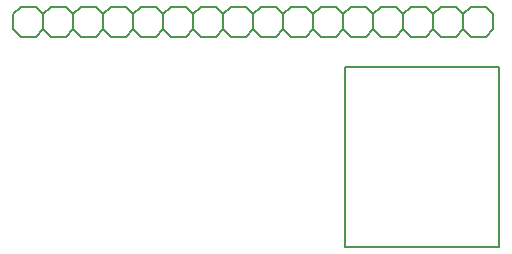
<source format=gto>
G75*
G70*
%OFA0B0*%
%FSLAX24Y24*%
%IPPOS*%
%LPD*%
%AMOC8*
5,1,8,0,0,1.08239X$1,22.5*
%
%ADD10C,0.0060*%
%ADD11C,0.0080*%
D10*
X001828Y007601D02*
X002328Y007601D01*
X002578Y007851D01*
X002828Y007601D01*
X003328Y007601D01*
X003578Y007851D01*
X003578Y008351D01*
X003328Y008601D01*
X002828Y008601D01*
X002578Y008351D01*
X002578Y007851D01*
X001828Y007601D02*
X001578Y007851D01*
X001578Y008351D01*
X001828Y008601D01*
X002328Y008601D01*
X002578Y008351D01*
X003578Y008351D02*
X003828Y008601D01*
X004328Y008601D01*
X004578Y008351D01*
X004828Y008601D01*
X005328Y008601D01*
X005578Y008351D01*
X005828Y008601D01*
X006328Y008601D01*
X006578Y008351D01*
X006578Y007851D01*
X006328Y007601D01*
X005828Y007601D01*
X005578Y007851D01*
X005328Y007601D01*
X004828Y007601D01*
X004578Y007851D01*
X004328Y007601D01*
X003828Y007601D01*
X003578Y007851D01*
X004578Y007851D02*
X004578Y008351D01*
X005578Y008351D02*
X005578Y007851D01*
X006578Y007851D02*
X006828Y007601D01*
X007328Y007601D01*
X007578Y007851D01*
X007828Y007601D01*
X008328Y007601D01*
X008578Y007851D01*
X008828Y007601D01*
X009328Y007601D01*
X009578Y007851D01*
X009578Y008351D01*
X009328Y008601D01*
X008828Y008601D01*
X008578Y008351D01*
X008578Y007851D01*
X007578Y007851D02*
X007578Y008351D01*
X007828Y008601D01*
X008328Y008601D01*
X008578Y008351D01*
X007578Y008351D02*
X007328Y008601D01*
X006828Y008601D01*
X006578Y008351D01*
X009578Y008351D02*
X009828Y008601D01*
X010328Y008601D01*
X010578Y008351D01*
X010828Y008601D01*
X011328Y008601D01*
X011578Y008351D01*
X011828Y008601D01*
X012328Y008601D01*
X012578Y008351D01*
X012578Y007851D01*
X012328Y007601D01*
X011828Y007601D01*
X011578Y007851D01*
X011328Y007601D01*
X010828Y007601D01*
X010578Y007851D01*
X010328Y007601D01*
X009828Y007601D01*
X009578Y007851D01*
X010578Y007851D02*
X010578Y008351D01*
X011578Y008351D02*
X011578Y007851D01*
X012578Y007851D02*
X012828Y007601D01*
X013328Y007601D01*
X013578Y007851D01*
X013828Y007601D01*
X014328Y007601D01*
X014578Y007851D01*
X014828Y007601D01*
X015328Y007601D01*
X015578Y007851D01*
X015578Y008351D01*
X015328Y008601D01*
X014828Y008601D01*
X014578Y008351D01*
X014578Y007851D01*
X013578Y007851D02*
X013578Y008351D01*
X013828Y008601D01*
X014328Y008601D01*
X014578Y008351D01*
X013578Y008351D02*
X013328Y008601D01*
X012828Y008601D01*
X012578Y008351D01*
X015578Y008351D02*
X015828Y008601D01*
X016328Y008601D01*
X016578Y008351D01*
X016828Y008601D01*
X017328Y008601D01*
X017578Y008351D01*
X017578Y007851D01*
X017328Y007601D01*
X016828Y007601D01*
X016578Y007851D01*
X016328Y007601D01*
X015828Y007601D01*
X015578Y007851D01*
X016578Y007851D02*
X016578Y008351D01*
D11*
X017760Y000601D02*
X012641Y000601D01*
X012641Y006601D01*
X017760Y006601D01*
X017760Y000601D01*
M02*

</source>
